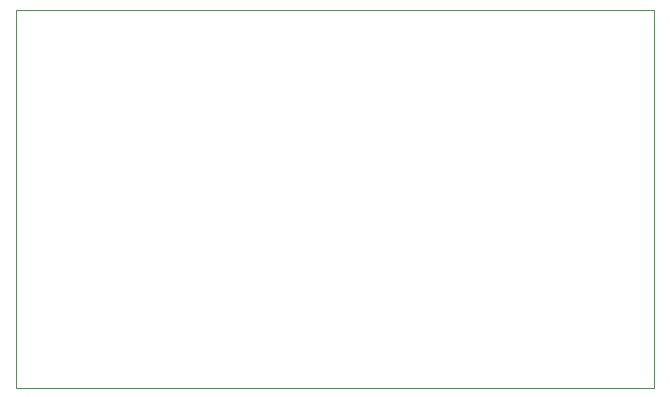
<source format=gbr>
%FSLAX34Y34*%
%MOMM*%
%LNOUTLINE*%
G71*
G01*
%ADD10C,0.002*%
%LPD*%
G54D10*
X0Y317500D02*
X540000Y317500D01*
X540000Y-2500D01*
X0Y-2500D01*
X0Y317500D01*
M02*

</source>
